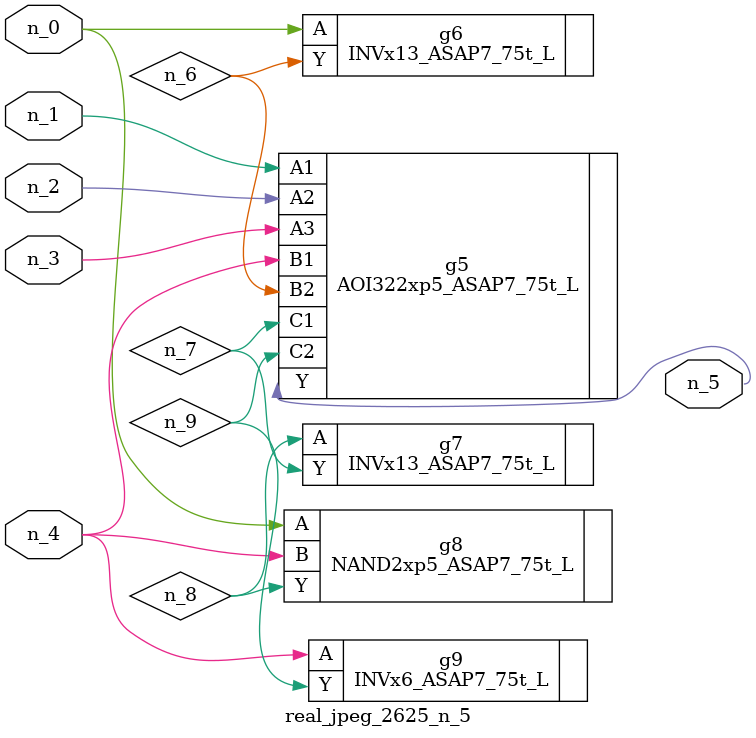
<source format=v>
module real_jpeg_2625_n_5 (n_4, n_0, n_1, n_2, n_3, n_5);

input n_4;
input n_0;
input n_1;
input n_2;
input n_3;

output n_5;

wire n_8;
wire n_6;
wire n_7;
wire n_9;

INVx13_ASAP7_75t_L g6 ( 
.A(n_0),
.Y(n_6)
);

NAND2xp5_ASAP7_75t_L g8 ( 
.A(n_0),
.B(n_4),
.Y(n_8)
);

AOI322xp5_ASAP7_75t_L g5 ( 
.A1(n_1),
.A2(n_2),
.A3(n_3),
.B1(n_4),
.B2(n_6),
.C1(n_7),
.C2(n_9),
.Y(n_5)
);

INVx6_ASAP7_75t_L g9 ( 
.A(n_4),
.Y(n_9)
);

INVx13_ASAP7_75t_L g7 ( 
.A(n_8),
.Y(n_7)
);


endmodule
</source>
